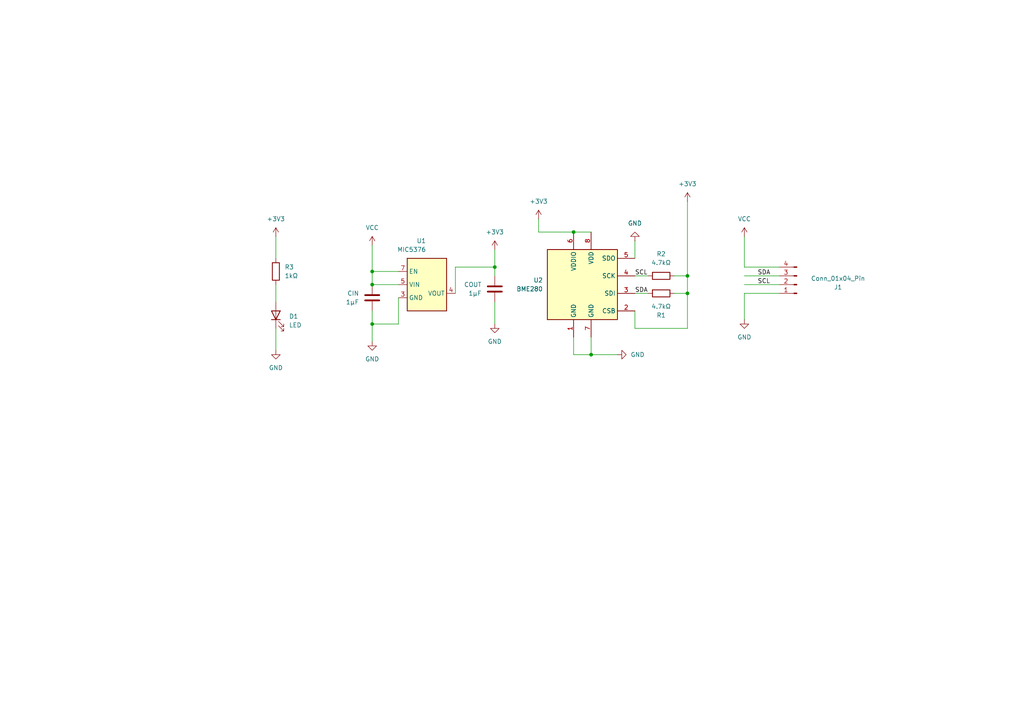
<source format=kicad_sch>
(kicad_sch (version 20250114) (generator "eeschema") (generator_version "9.0")
  (paper "A4")
  (lib_symbols
    (symbol "Connector:Conn_01x04_Pin" (pin_names (offset 1.016) (hide yes))
      (property "Reference" "J" (at 0 5.08 0))
      (property "Value" "Conn_01x04_Pin" (at 0 -7.62 0))
      (symbol "Conn_01x04_Pin_1_1"
        (rectangle (start 0.8636 2.667) (end 0 2.413) (stroke (width 0.1524)) (fill (type outline)))
        (rectangle (start 0.8636 0.127) (end 0 -0.127) (stroke (width 0.1524)) (fill (type outline)))
        (rectangle (start 0.8636 -2.413) (end 0 -2.667) (stroke (width 0.1524)) (fill (type outline)))
        (rectangle (start 0.8636 -4.953) (end 0 -5.207) (stroke (width 0.1524)) (fill (type outline)))
        (polyline (pts (xy 1.27 2.54) (xy 0.8636 2.54)) (stroke (width 0.1524)))
        (polyline (pts (xy 1.27 0) (xy 0.8636 0)) (stroke (width 0.1524)))
        (polyline (pts (xy 1.27 -2.54) (xy 0.8636 -2.54)) (stroke (width 0.1524)))
        (polyline (pts (xy 1.27 -5.08) (xy 0.8636 -5.08)) (stroke (width 0.1524)))
        (pin passive line (at 5.08 2.54 180) (length 3.81) (name "Pin_1") (number "1"))
        (pin passive line (at 5.08 0 180) (length 3.81) (name "Pin_2") (number "2"))
        (pin passive line (at 5.08 -2.54 180) (length 3.81) (name "Pin_3") (number "3"))
        (pin passive line (at 5.08 -5.08 180) (length 3.81) (name "Pin_4") (number "4"))
      )
    )
    (symbol "Device:C" (pin_numbers (hide yes)) (pin_names (offset 0.254))
      (property "Reference" "C" (at 0.635 2.54 0))
      (property "Value" "C" (at 0.635 -2.54 0))
      (symbol "C_0_1"
        (polyline (pts (xy -2.032 0.762) (xy 2.032 0.762)) (stroke (width 0.508)))
        (polyline (pts (xy -2.032 -0.762) (xy 2.032 -0.762)) (stroke (width 0.508)))
      )
      (symbol "C_1_1"
        (pin passive line (at 0 3.81 270) (length 2.794) (name "~") (number "1"))
        (pin passive line (at 0 -3.81 90) (length 2.794) (name "~") (number "2"))
      )
    )
    (symbol "Device:LED" (pin_numbers (hide yes)) (pin_names (offset 1.016) (hide yes))
      (property "Reference" "D" (at 0 2.54 0))
      (property "Value" "LED" (at 0 -2.54 0))
      (symbol "LED_0_1"
        (polyline (pts (xy -3.048 -0.762) (xy -4.572 -2.286) (xy -3.81 -2.286) (xy -4.572 -2.286) (xy -4.572 -1.524)))
        (polyline (pts (xy -1.778 -0.762) (xy -3.302 -2.286) (xy -2.54 -2.286) (xy -3.302 -2.286) (xy -3.302 -1.524)))
        (polyline (pts (xy -1.27 0) (xy 1.27 0)))
        (polyline (pts (xy -1.27 -1.27) (xy -1.27 1.27)) (stroke (width 0.254)))
        (polyline (pts (xy 1.27 -1.27) (xy 1.27 1.27) (xy -1.27 0) (xy 1.27 -1.27)) (stroke (width 0.254)))
      )
      (symbol "LED_1_1"
        (pin passive line (at -3.81 0 0) (length 2.54) (name "K") (number "1"))
        (pin passive line (at 3.81 0 180) (length 2.54) (name "A") (number "2"))
      )
    )
    (symbol "Device:R" (pin_numbers (hide yes)) (pin_names (offset 0))
      (property "Reference" "R" (at 2.032 0 90))
      (property "Value" "R" (at 0 0 90))
      (symbol "R_0_1"
        (rectangle (start -1.016 -2.54) (end 1.016 2.54) (stroke (width 0.254)))
      )
      (symbol "R_1_1"
        (pin passive line (at 0 3.81 270) (length 1.27) (name "~") (number "1"))
        (pin passive line (at 0 -3.81 90) (length 1.27) (name "~") (number "2"))
      )
    )
    (symbol "Driver_FET:MIC4426"
      (property "Reference" "U1" (at 2.1433 12.7 0))
      (property "Value" "MIC5376" (at 2.1433 10.16 0))
      (symbol "MIC4426_0_1"
        (rectangle (start -3.81 7.62) (end 7.62 -7.62) (stroke (width 0.254)) (fill (type background)))
      )
      (symbol "MIC4426_1_1"
        (pin no_connect line (at -7.62 0 0) (length 2.54) (hide yes) (name "NC") (number "1"))
        (pin input line (at -6.35 2.54 0) (length 2.54) (hide yes) (name "NC") (number "2"))
        (pin power_out line (at -6.35 -2.54 0) (length 2.54) (name "VOUT") (number "4"))
        (pin power_in line (at 0 10.16 270) (length 2.54) (hide yes) (name "V_{S}") (number "6"))
        (pin no_connect line (at 7.62 0 180) (length 2.54) (hide yes) (name "NC") (number "8"))
        (pin input line (at 10.16 3.81 180) (length 2.54) (name "EN") (number "7"))
        (pin power_in line (at 10.16 0 180) (length 2.54) (name "VIN") (number "5"))
        (pin power_in line (at 10.16 -3.81 180) (length 2.54) (name "GND") (number "3"))
      )
    )
    (symbol "Sensor:BME280"
      (property "Reference" "U" (at -8.89 11.43 0))
      (property "Value" "BME280" (at 7.62 11.43 0))
      (symbol "BME280_0_1"
        (rectangle (start -10.16 10.16) (end 10.16 -10.16) (stroke (width 0.254)) (fill (type background)))
      )
      (symbol "BME280_1_1"
        (pin power_in line (at -2.54 15.24 270) (length 5.08) (name "VDDIO") (number "6"))
        (pin power_in line (at -2.54 -15.24 90) (length 5.08) (name "GND") (number "1"))
        (pin power_in line (at 2.54 15.24 270) (length 5.08) (name "VDD") (number "8"))
        (pin power_in line (at 2.54 -15.24 90) (length 5.08) (name "GND") (number "7"))
        (pin bidirectional line (at 15.24 7.62 180) (length 5.08) (name "SDO") (number "5"))
        (pin input line (at 15.24 2.54 180) (length 5.08) (name "SCK") (number "4"))
        (pin bidirectional line (at 15.24 -2.54 180) (length 5.08) (name "SDI") (number "3"))
        (pin input line (at 15.24 -7.62 180) (length 5.08) (name "CSB") (number "2"))
      )
    )
    (symbol "power:GND" (power) (pin_numbers (hide yes)) (pin_names (offset 0) (hide yes))
      (property "Value" "GND" (at 0 -3.81 0))
      (symbol "GND_0_1"
        (polyline (pts (xy 0 0) (xy 0 -1.27) (xy 1.27 -1.27) (xy 0 -2.54) (xy -1.27 -1.27) (xy 0 -1.27)))
      )
      (symbol "GND_1_1"
        (pin power_in line (at 0 0 270) (length 0) (name "~") (number "1"))
      )
    )
    (symbol "power:VCC" (power) (pin_numbers (hide yes)) (pin_names (offset 0) (hide yes))
      (property "Value" "VCC" (at 0 3.556 0))
      (symbol "VCC_0_1"
        (polyline (pts (xy -0.762 1.27) (xy 0 2.54)))
        (polyline (pts (xy 0 2.54) (xy 0.762 1.27)))
        (polyline (pts (xy 0 0) (xy 0 2.54)))
      )
      (symbol "VCC_1_1"
        (pin power_in line (at 0 0 90) (length 0) (name "~") (number "1"))
      )
    )
  )
  (junction (at 171.45 102.87))
  (junction (at 143.51 77.47))
  (junction (at 199.39 85.09))
  (junction (at 107.95 93.98))
  (junction (at 107.95 78.74))
  (junction (at 107.95 82.55))
  (junction (at 166.37 67.31))
  (junction (at 199.39 80.01))
  (wire (pts (xy 195.58 80.01) (xy 199.39 80.01)))
  (wire (pts (xy 80.01 68.58) (xy 80.01 74.93)))
  (wire (pts (xy 143.51 72.39) (xy 143.51 77.47)))
  (wire (pts (xy 215.9 92.71) (xy 215.9 85.09)))
  (wire (pts (xy 184.15 95.25) (xy 199.39 95.25)))
  (wire (pts (xy 171.45 102.87) (xy 179.07 102.87)))
  (wire (pts (xy 166.37 102.87) (xy 171.45 102.87)))
  (wire (pts (xy 115.57 82.55) (xy 107.95 82.55)))
  (wire (pts (xy 215.9 77.47) (xy 226.06 77.47)))
  (wire (pts (xy 199.39 80.01) (xy 199.39 85.09)))
  (wire (pts (xy 80.01 82.55) (xy 80.01 87.63)))
  (wire (pts (xy 143.51 87.63) (xy 143.51 93.98)))
  (wire (pts (xy 115.57 93.98) (xy 107.95 93.98)))
  (wire (pts (xy 199.39 85.09) (xy 199.39 95.25)))
  (wire (pts (xy 107.95 93.98) (xy 107.95 99.06)))
  (wire (pts (xy 107.95 90.17) (xy 107.95 93.98)))
  (wire (pts (xy 166.37 97.79) (xy 166.37 102.87)))
  (wire (pts (xy 199.39 58.42) (xy 199.39 80.01)))
  (wire (pts (xy 184.15 69.85) (xy 184.15 74.93)))
  (wire (pts (xy 166.37 67.31) (xy 171.45 67.31)))
  (wire (pts (xy 80.01 95.25) (xy 80.01 101.6)))
  (wire (pts (xy 107.95 71.12) (xy 107.95 78.74)))
  (wire (pts (xy 115.57 78.74) (xy 107.95 78.74)))
  (wire (pts (xy 215.9 68.58) (xy 215.9 77.47)))
  (wire (pts (xy 107.95 78.74) (xy 107.95 82.55)))
  (wire (pts (xy 184.15 80.01) (xy 187.96 80.01)))
  (wire (pts (xy 215.9 82.55) (xy 226.06 82.55)))
  (wire (pts (xy 195.58 85.09) (xy 199.39 85.09)))
  (wire (pts (xy 156.21 63.5) (xy 156.21 67.31)))
  (wire (pts (xy 132.08 77.47) (xy 143.51 77.47)))
  (wire (pts (xy 115.57 86.36) (xy 115.57 93.98)))
  (wire (pts (xy 156.21 67.31) (xy 166.37 67.31)))
  (wire (pts (xy 171.45 97.79) (xy 171.45 102.87)))
  (wire (pts (xy 143.51 77.47) (xy 143.51 80.01)))
  (wire (pts (xy 215.9 85.09) (xy 226.06 85.09)))
  (wire (pts (xy 184.15 85.09) (xy 187.96 85.09)))
  (wire (pts (xy 215.9 80.01) (xy 226.06 80.01)))
  (wire (pts (xy 132.08 77.47) (xy 132.08 85.09)))
  (wire (pts (xy 184.15 95.25) (xy 184.15 90.17)))
  (label "SDA" (at 184.15 85.09 0))
  (label "SDA" (at 219.71 80.01 0))
  (label "SCL" (at 219.71 82.55 0))
  (label "SCL" (at 184.15 80.01 0))
  (symbol (lib_id "Driver_FET:MIC4426") (at 125.73 82.55 0) (mirror y) (unit 1)
    (property "Reference" "U1" (at 123.5867 69.85 0) (effects (justify left)))
    (property "Value" "MIC5376" (at 123.5867 72.39 0) (effects (justify left)))
    (property "Datasheet" "https://ww1.microchip.com/downloads/en/DeviceDoc/MIC4426-7-8-Dual-1-5A-Peak-Low-Side-MOSFET-DRivers-DS20006202A.pdf" (effects (hide yes)))
    (property "Description" "Dual 1.5A-Peak Low-Side MOSFET Driver, 4.5..18V supply voltage, TTL/CMOS compatible inputs, inverting drivers, DIP-8 / SOIC-8 / MSOP-8" (effects (hide yes)))
  )
  (symbol (lib_id "Device:R") (at 80.01 78.74 0) (unit 1)
    (property "Reference" "R3" (at 82.55 77.4699 0) (effects (justify left)))
    (property "Value" "1kΩ" (at 82.55 80.0099 0) (effects (justify left)))
    (property "Description" "Resistor" (effects (hide yes)))
  )
  (symbol (lib_id "power:GND") (at 80.01 101.6 0) (mirror y) (unit 1)
    (property "Reference" "#PWR09" (effects (hide yes)))
    (property "Value" "GND" (at 80.01 106.68 0))
    (property "Description" "Power symbol creates a global label with name \"GND\" , ground" (effects (hide yes)))
  )
  (symbol (lib_id "power:VCC") (at 143.51 72.39 0) (mirror y) (unit 1)
    (property "Reference" "#PWR03" (effects (hide yes)))
    (property "Value" "+3V3" (at 143.51 67.31 0))
    (property "Description" "Power symbol creates a global label with name \"VCC\"" (effects (hide yes)))
  )
  (symbol (lib_id "power:VCC") (at 199.39 58.42 0) (mirror y) (unit 1)
    (property "Reference" "#PWR07" (effects (hide yes)))
    (property "Value" "+3V3" (at 199.39 53.34 0))
    (property "Description" "Power symbol creates a global label with name \"VCC\"" (effects (hide yes)))
  )
  (symbol (lib_id "power:VCC") (at 215.9 68.58 0) (mirror y) (unit 1)
    (property "Reference" "#PWR010" (effects (hide yes)))
    (property "Value" "VCC" (at 215.9 63.5 0))
    (property "Description" "Power symbol creates a global label with name \"VCC\"" (effects (hide yes)))
  )
  (symbol (lib_id "power:GND") (at 143.51 93.98 0) (mirror y) (unit 1)
    (property "Reference" "#PWR04" (effects (hide yes)))
    (property "Value" "GND" (at 143.51 99.06 0))
    (property "Description" "Power symbol creates a global label with name \"GND\" , ground" (effects (hide yes)))
  )
  (symbol (lib_id "Device:C") (at 143.51 83.82 0) (mirror y) (unit 1)
    (property "Reference" "COUT" (at 139.7 82.5499 0) (effects (justify left)))
    (property "Value" "1µF" (at 139.7 85.0899 0) (effects (justify left)))
    (property "Description" "Unpolarized capacitor" (effects (hide yes)))
  )
  (symbol (lib_id "power:VCC") (at 156.21 63.5 0) (mirror y) (unit 1)
    (property "Reference" "#PWR05" (effects (hide yes)))
    (property "Value" "+3V3" (at 156.21 58.42 0))
    (property "Description" "Power symbol creates a global label with name \"VCC\"" (effects (hide yes)))
  )
  (symbol (lib_id "power:GND") (at 179.07 102.87 90) (mirror x) (unit 1)
    (property "Reference" "#PWR06" (effects (hide yes)))
    (property "Value" "GND" (at 182.88 102.8699 90) (effects (justify right)))
    (property "Description" "Power symbol creates a global label with name \"GND\" , ground" (effects (hide yes)))
  )
  (symbol (lib_id "Connector:Conn_01x04_Pin") (at 231.14 82.55 180) (unit 1)
    (property "Reference" "J1" (at 243.078 83.312 0))
    (property "Value" "Conn_01x04_Pin" (at 243.078 80.772 0))
    (property "Description" "Generic connector, single row, 01x04, script generated" (effects (hide yes)))
  )
  (symbol (lib_id "power:GND") (at 184.15 69.85 0) (mirror x) (unit 1)
    (property "Reference" "#PWR012" (effects (hide yes)))
    (property "Value" "GND" (at 184.15 64.77 0))
    (property "Description" "Power symbol creates a global label with name \"GND\" , ground" (effects (hide yes)))
  )
  (symbol (lib_id "power:VCC") (at 107.95 71.12 0) (mirror y) (unit 1)
    (property "Reference" "#PWR01" (effects (hide yes)))
    (property "Value" "VCC" (at 107.95 66.04 0))
    (property "Description" "Power symbol creates a global label with name \"VCC\"" (effects (hide yes)))
  )
  (symbol (lib_id "Device:R") (at 191.77 85.09 90) (mirror x) (unit 1)
    (property "Reference" "R1" (at 191.77 91.44 90))
    (property "Value" "4.7kΩ" (at 191.77 88.9 90))
    (property "Description" "Resistor" (effects (hide yes)))
  )
  (symbol (lib_id "Device:C") (at 107.95 86.36 0) (mirror y) (unit 1)
    (property "Reference" "CIN" (at 104.14 85.0899 0) (effects (justify left)))
    (property "Value" "1µF" (at 104.14 87.6299 0) (effects (justify left)))
    (property "Description" "Unpolarized capacitor" (effects (hide yes)))
  )
  (symbol (lib_id "power:VCC") (at 80.01 68.58 0) (mirror y) (unit 1)
    (property "Reference" "#PWR08" (effects (hide yes)))
    (property "Value" "+3V3" (at 80.01 63.5 0))
    (property "Description" "Power symbol creates a global label with name \"VCC\"" (effects (hide yes)))
  )
  (symbol (lib_id "power:GND") (at 107.95 99.06 0) (mirror y) (unit 1)
    (property "Reference" "#PWR02" (effects (hide yes)))
    (property "Value" "GND" (at 107.95 104.14 0))
    (property "Description" "Power symbol creates a global label with name \"GND\" , ground" (effects (hide yes)))
  )
  (symbol (lib_id "Sensor:BME280") (at 168.91 82.55 0) (unit 1)
    (property "Reference" "U2" (at 157.48 81.2799 0) (effects (justify right)))
    (property "Value" "BME280" (at 157.48 83.8199 0) (effects (justify right)))
    (property "Footprint" "Package_LGA:Bosch_LGA-8_2.5x2.5mm_P0.65mm_ClockwisePinNumbering" (effects (hide yes)))
    (property "Datasheet" "https://www.bosch-sensortec.com/media/boschsensortec/downloads/datasheets/bst-bme280-ds002.pdf" (effects (hide yes)))
    (property "Description" "3-in-1 sensor, humidity, pressure, temperature, I2C and SPI interface, 1.71-3.6V, LGA-8" (effects (hide yes)))
  )
  (symbol (lib_id "Device:LED") (at 80.01 91.44 90) (unit 1)
    (property "Reference" "D1" (at 83.82 91.7574 90) (effects (justify right)))
    (property "Value" "LED" (at 83.82 94.2974 90) (effects (justify right)))
    (property "Description" "Light emitting diode" (effects (hide yes)))
    (property "Sim.Pins" "1=K 2=A" (effects (hide yes)))
  )
  (symbol (lib_id "Device:R") (at 191.77 80.01 270) (mirror x) (unit 1)
    (property "Reference" "R2" (at 191.77 73.66 90))
    (property "Value" "4.7kΩ" (at 191.77 76.2 90))
    (property "Description" "Resistor" (effects (hide yes)))
  )
  (symbol (lib_id "power:GND") (at 215.9 92.71 0) (mirror y) (unit 1)
    (property "Reference" "#PWR011" (effects (hide yes)))
    (property "Value" "GND" (at 215.9 97.79 0))
    (property "Description" "Power symbol creates a global label with name \"GND\" , ground" (effects (hide yes)))
  )
)
</source>
